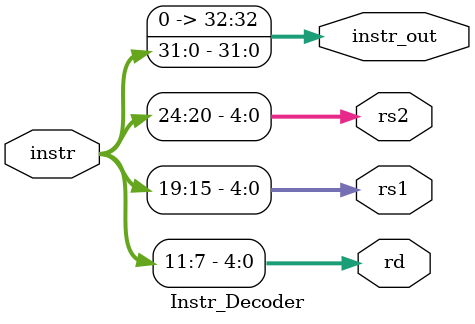
<source format=v>
module Instr_Decoder (instr, rd, rs1, rs2, instr_out);

input [31:0] instr;

output  [4:0] rd;
output  [4:0] rs1;
output [4:0] rs2;
output  [32:0] instr_out;



assign rd  = instr[11:7];
assign rs1 = instr[19:15];
assign rs2 = instr[24:20];
assign instr_out = instr;

endmodule

</source>
